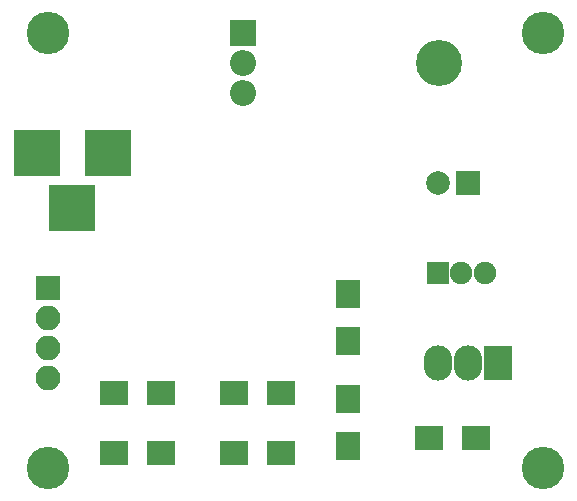
<source format=gbr>
G04 #@! TF.FileFunction,Soldermask,Top*
%FSLAX46Y46*%
G04 Gerber Fmt 4.6, Leading zero omitted, Abs format (unit mm)*
G04 Created by KiCad (PCBNEW 4.0.7) date Tuesday, February 20, 2018 'PMt' 07:47:19 PM*
%MOMM*%
%LPD*%
G01*
G04 APERTURE LIST*
%ADD10C,0.100000*%
%ADD11C,3.600000*%
%ADD12R,2.000000X2.000000*%
%ADD13C,2.000000*%
%ADD14R,2.400000X2.000000*%
%ADD15R,2.400000X2.100000*%
%ADD16R,3.900000X3.900000*%
%ADD17R,2.100000X2.100000*%
%ADD18O,2.100000X2.100000*%
%ADD19O,3.900000X3.900000*%
%ADD20R,2.200000X2.200000*%
%ADD21O,2.200000X2.200000*%
%ADD22R,1.900000X1.900000*%
%ADD23C,1.900000*%
%ADD24R,2.400000X3.000000*%
%ADD25O,2.400000X3.000000*%
%ADD26R,2.100000X2.400000*%
G04 APERTURE END LIST*
D10*
D11*
X96520000Y-19050000D03*
X54610000Y-19050000D03*
D12*
X90170000Y-31750000D03*
D13*
X87670000Y-31750000D03*
D14*
X90900000Y-53340000D03*
X86900000Y-53340000D03*
D15*
X64230000Y-54610000D03*
X60230000Y-54610000D03*
X64230000Y-49530000D03*
X60230000Y-49530000D03*
D16*
X59690000Y-29210000D03*
X53690000Y-29210000D03*
X56690000Y-33910000D03*
D17*
X54610000Y-40640000D03*
D18*
X54610000Y-43180000D03*
X54610000Y-45720000D03*
X54610000Y-48260000D03*
D15*
X70390000Y-54610000D03*
X74390000Y-54610000D03*
X70390000Y-49530000D03*
X74390000Y-49530000D03*
D19*
X87780000Y-21590000D03*
D20*
X71120000Y-19050000D03*
D21*
X71120000Y-21590000D03*
X71120000Y-24130000D03*
D11*
X96520000Y-55880000D03*
X54610000Y-55880000D03*
D22*
X87630000Y-39370000D03*
D23*
X89630000Y-39370000D03*
X91630000Y-39370000D03*
D24*
X92710000Y-46990000D03*
D25*
X90170000Y-46990000D03*
X87630000Y-46990000D03*
D26*
X80010000Y-45180000D03*
X80010000Y-41180000D03*
X80010000Y-50070000D03*
X80010000Y-54070000D03*
M02*

</source>
